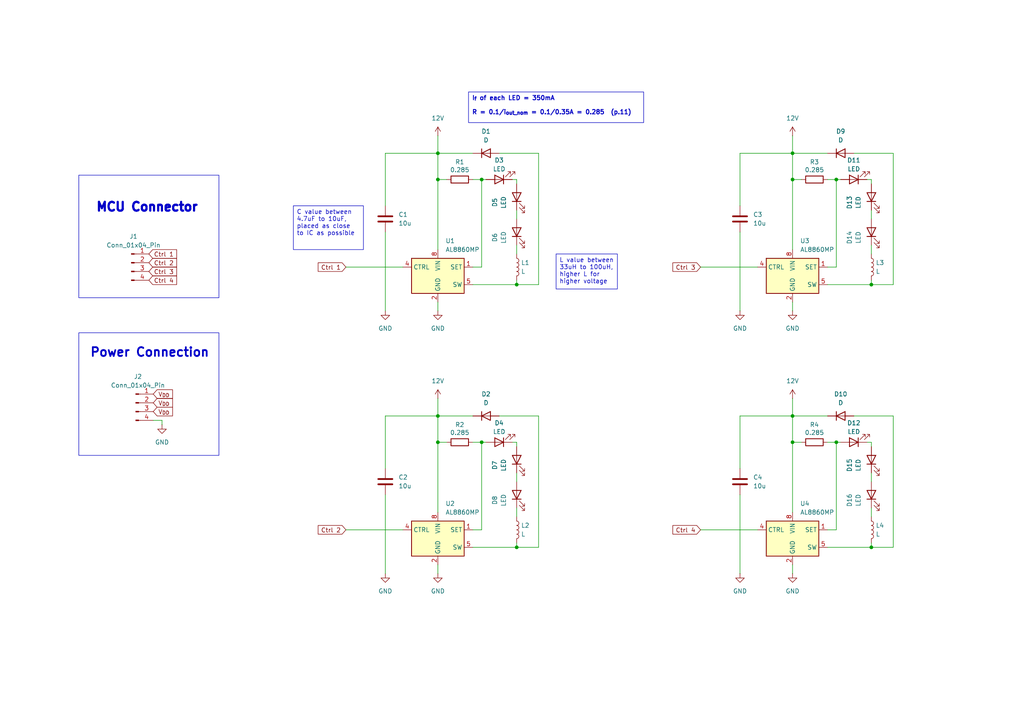
<source format=kicad_sch>
(kicad_sch (version 20231120) (generator "eeschema") (generator_version "8.0")
  (paper "A4")
  (lib_symbols
    (symbol "Connector:Conn_01x04_Pin" (pin_names (offset 1.016) hide)
      (property "Reference" "J" (at 0 5.08 0))
      (property "Value" "Conn_01x04_Pin" (at 0 -7.62 0))
      (symbol "Conn_01x04_Pin_1_1"
        (polyline (pts (xy 1.27 -5.08) (xy 0.8636 -5.08)) (stroke (width 0.1524)))
        (polyline (pts (xy 1.27 -2.54) (xy 0.8636 -2.54)) (stroke (width 0.1524)))
        (polyline (pts (xy 1.27 0) (xy 0.8636 0)) (stroke (width 0.1524)))
        (polyline (pts (xy 1.27 2.54) (xy 0.8636 2.54)) (stroke (width 0.1524)))
        (rectangle (start 0.8636 -4.953) (end 0 -5.207) (stroke (width 0.1524)) (fill (type outline)))
        (rectangle (start 0.8636 -2.413) (end 0 -2.667) (stroke (width 0.1524)) (fill (type outline)))
        (rectangle (start 0.8636 0.127) (end 0 -0.127) (stroke (width 0.1524)) (fill (type outline)))
        (rectangle (start 0.8636 2.667) (end 0 2.413) (stroke (width 0.1524)) (fill (type outline)))
        (pin passive line (at 5.08 2.54 180) (length 3.81) (name "Pin_1") (number "1"))
        (pin passive line (at 5.08 0 180) (length 3.81) (name "Pin_2") (number "2"))
        (pin passive line (at 5.08 -2.54 180) (length 3.81) (name "Pin_3") (number "3"))
        (pin passive line (at 5.08 -5.08 180) (length 3.81) (name "Pin_4") (number "4"))
      )
    )
    (symbol "Device:C" (pin_numbers hide) (pin_names (offset 0.254))
      (property "Reference" "C" (at 0.635 2.54 0))
      (property "Value" "C" (at 0.635 -2.54 0))
      (symbol "C_0_1"
        (polyline (pts (xy -2.032 -0.762) (xy 2.032 -0.762)) (stroke (width 0.508)))
        (polyline (pts (xy -2.032 0.762) (xy 2.032 0.762)) (stroke (width 0.508)))
      )
      (symbol "C_1_1"
        (pin passive line (at 0 3.81 270) (length 2.794) (name "~") (number "1"))
        (pin passive line (at 0 -3.81 90) (length 2.794) (name "~") (number "2"))
      )
    )
    (symbol "Device:D" (pin_numbers hide) (pin_names (offset 1.016) hide)
      (property "Reference" "D" (at 0 2.54 0))
      (property "Value" "D" (at 0 -2.54 0))
      (symbol "D_0_1"
        (polyline (pts (xy -1.27 1.27) (xy -1.27 -1.27)) (stroke (width 0.254)))
        (polyline (pts (xy 1.27 0) (xy -1.27 0)))
        (polyline (pts (xy 1.27 1.27) (xy 1.27 -1.27) (xy -1.27 0) (xy 1.27 1.27)) (stroke (width 0.254)))
      )
      (symbol "D_1_1"
        (pin passive line (at -3.81 0 0) (length 2.54) (name "K") (number "1"))
        (pin passive line (at 3.81 0 180) (length 2.54) (name "A") (number "2"))
      )
    )
    (symbol "Device:L" (pin_numbers hide) (pin_names (offset 1.016) hide)
      (property "Reference" "L" (at -1.27 0 90))
      (property "Value" "L" (at 1.905 0 90))
      (symbol "L_0_1"
        (arc (start 0 -2.54) (mid 0.6323 -1.905) (end 0 -1.27))
        (arc (start 0 -1.27) (mid 0.6323 -0.635) (end 0 0))
        (arc (start 0 0) (mid 0.6323 0.635) (end 0 1.27))
        (arc (start 0 1.27) (mid 0.6323 1.905) (end 0 2.54))
      )
      (symbol "L_1_1"
        (pin passive line (at 0 3.81 270) (length 1.27) (name "1") (number "1"))
        (pin passive line (at 0 -3.81 90) (length 1.27) (name "2") (number "2"))
      )
    )
    (symbol "Device:LED" (pin_numbers hide) (pin_names (offset 1.016) hide)
      (property "Reference" "D" (at 0 2.54 0))
      (property "Value" "LED" (at 0 -2.54 0))
      (symbol "LED_0_1"
        (polyline (pts (xy -1.27 -1.27) (xy -1.27 1.27)) (stroke (width 0.254)))
        (polyline (pts (xy -1.27 0) (xy 1.27 0)))
        (polyline (pts (xy 1.27 -1.27) (xy 1.27 1.27) (xy -1.27 0) (xy 1.27 -1.27)) (stroke (width 0.254)))
        (polyline (pts (xy -3.048 -0.762) (xy -4.572 -2.286) (xy -3.81 -2.286) (xy -4.572 -2.286) (xy -4.572 -1.524)))
        (polyline (pts (xy -1.778 -0.762) (xy -3.302 -2.286) (xy -2.54 -2.286) (xy -3.302 -2.286) (xy -3.302 -1.524)))
      )
      (symbol "LED_1_1"
        (pin passive line (at -3.81 0 0) (length 2.54) (name "K") (number "1"))
        (pin passive line (at 3.81 0 180) (length 2.54) (name "A") (number "2"))
      )
    )
    (symbol "Device:R" (pin_numbers hide) (pin_names (offset 0))
      (property "Reference" "R" (at 2.032 0 90))
      (property "Value" "R" (at 0 0 90))
      (symbol "R_0_1"
        (rectangle (start -1.016 -2.54) (end 1.016 2.54) (stroke (width 0.254)))
      )
      (symbol "R_1_1"
        (pin passive line (at 0 3.81 270) (length 1.27) (name "~") (number "1"))
        (pin passive line (at 0 -3.81 90) (length 1.27) (name "~") (number "2"))
      )
    )
    (symbol "Driver_LED:AL8860MP"
      (property "Reference" "U" (at -5.08 6.35 0))
      (property "Value" "AL8860MP" (at 7.62 6.35 0))
      (symbol "AL8860MP_0_1"
        (rectangle (start -7.62 5.08) (end 7.62 -5.08) (stroke (width 0.254)) (fill (type background)))
      )
      (symbol "AL8860MP_1_1"
        (pin input line (at 10.16 2.54 180) (length 2.54) (name "SET") (number "1"))
        (pin power_in line (at 0 -7.62 90) (length 2.54) (name "GND") (number "2"))
        (pin passive line (at 0 -7.62 90) (length 2.54) hide (name "GND") (number "3"))
        (pin input line (at -10.16 2.54 0) (length 2.54) (name "CTRL") (number "4"))
        (pin open_collector line (at 10.16 -2.54 180) (length 2.54) (name "SW") (number "5"))
        (pin open_collector line (at 10.16 -2.54 180) (length 2.54) hide (name "SW") (number "6"))
        (pin no_connect line (at -7.62 -2.54 0) (length 2.54) hide (name "NC") (number "7"))
        (pin power_in line (at 0 7.62 270) (length 2.54) (name "VIN") (number "8"))
        (pin passive line (at 0 -7.62 90) (length 2.54) hide (name "GND") (number "9"))
      )
    )
    (symbol "power:GND" (power) (pin_numbers hide) (pin_names (offset 0) hide)
      (property "Value" "GND" (at 0 -3.81 0))
      (symbol "GND_0_1"
        (polyline (pts (xy 0 0) (xy 0 -1.27) (xy 1.27 -1.27) (xy 0 -2.54) (xy -1.27 -1.27) (xy 0 -1.27)))
      )
      (symbol "GND_1_1"
        (pin power_in line (at 0 0 270) (length 0) (name "~") (number "1"))
      )
    )
    (symbol "power:VDD" (power) (pin_numbers hide) (pin_names (offset 0) hide)
      (property "Value" "VDD" (at 0 3.556 0))
      (symbol "VDD_0_1"
        (polyline (pts (xy -0.762 1.27) (xy 0 2.54)))
        (polyline (pts (xy 0 0) (xy 0 2.54)))
        (polyline (pts (xy 0 2.54) (xy 0.762 1.27)))
      )
      (symbol "VDD_1_1"
        (pin power_in line (at 0 0 90) (length 0) (name "~") (number "1"))
      )
    )
  )
  (junction (at 127 52.07))
  (junction (at 229.87 120.65))
  (junction (at 229.87 44.45))
  (junction (at 149.86 158.75))
  (junction (at 229.87 52.07))
  (junction (at 252.73 158.75))
  (junction (at 149.86 82.55))
  (junction (at 252.73 82.55))
  (junction (at 242.57 52.07))
  (junction (at 139.7 52.07))
  (junction (at 127 128.27))
  (junction (at 229.87 128.27))
  (junction (at 242.57 128.27))
  (junction (at 139.7 128.27))
  (junction (at 127 120.65))
  (junction (at 127 44.45))
  (wire (pts (xy 127 120.65) (xy 127 128.27)))
  (wire (pts (xy 137.16 77.47) (xy 139.7 77.47)))
  (wire (pts (xy 214.63 67.31) (xy 214.63 90.17)))
  (wire (pts (xy 149.86 137.16) (xy 149.86 139.7)))
  (wire (pts (xy 229.87 39.37) (xy 229.87 44.45)))
  (wire (pts (xy 111.76 135.89) (xy 111.76 120.65)))
  (wire (pts (xy 148.59 52.07) (xy 149.86 52.07)))
  (wire (pts (xy 127 52.07) (xy 129.54 52.07)))
  (wire (pts (xy 214.63 59.69) (xy 214.63 44.45)))
  (wire (pts (xy 214.63 44.45) (xy 229.87 44.45)))
  (wire (pts (xy 242.57 128.27) (xy 243.84 128.27)))
  (wire (pts (xy 127 115.57) (xy 127 120.65)))
  (wire (pts (xy 156.21 158.75) (xy 156.21 120.65)))
  (wire (pts (xy 251.46 52.07) (xy 252.73 52.07)))
  (wire (pts (xy 229.87 120.65) (xy 229.87 128.27)))
  (wire (pts (xy 229.87 128.27) (xy 229.87 148.59)))
  (wire (pts (xy 229.87 52.07) (xy 229.87 72.39)))
  (wire (pts (xy 240.03 82.55) (xy 252.73 82.55)))
  (wire (pts (xy 229.87 87.63) (xy 229.87 90.17)))
  (wire (pts (xy 137.16 82.55) (xy 149.86 82.55)))
  (wire (pts (xy 252.73 147.32) (xy 252.73 149.86)))
  (wire (pts (xy 149.86 82.55) (xy 156.21 82.55)))
  (wire (pts (xy 111.76 143.51) (xy 111.76 166.37)))
  (wire (pts (xy 252.73 81.28) (xy 252.73 82.55)))
  (wire (pts (xy 240.03 52.07) (xy 242.57 52.07)))
  (wire (pts (xy 111.76 120.65) (xy 127 120.65)))
  (wire (pts (xy 127 120.65) (xy 137.16 120.65)))
  (wire (pts (xy 149.86 71.12) (xy 149.86 73.66)))
  (wire (pts (xy 214.63 143.51) (xy 214.63 166.37)))
  (wire (pts (xy 252.73 158.75) (xy 259.08 158.75)))
  (wire (pts (xy 148.59 128.27) (xy 149.86 128.27)))
  (wire (pts (xy 247.65 44.45) (xy 259.08 44.45)))
  (wire (pts (xy 229.87 163.83) (xy 229.87 166.37)))
  (wire (pts (xy 139.7 153.67) (xy 139.7 128.27)))
  (wire (pts (xy 139.7 52.07) (xy 140.97 52.07)))
  (wire (pts (xy 259.08 82.55) (xy 259.08 44.45)))
  (wire (pts (xy 100.33 77.47) (xy 116.84 77.47)))
  (wire (pts (xy 229.87 52.07) (xy 232.41 52.07)))
  (wire (pts (xy 240.03 77.47) (xy 242.57 77.47)))
  (wire (pts (xy 252.73 52.07) (xy 252.73 53.34)))
  (wire (pts (xy 242.57 77.47) (xy 242.57 52.07)))
  (wire (pts (xy 252.73 157.48) (xy 252.73 158.75)))
  (wire (pts (xy 229.87 120.65) (xy 240.03 120.65)))
  (wire (pts (xy 252.73 60.96) (xy 252.73 63.5)))
  (wire (pts (xy 252.73 82.55) (xy 259.08 82.55)))
  (wire (pts (xy 252.73 137.16) (xy 252.73 139.7)))
  (wire (pts (xy 100.33 153.67) (xy 116.84 153.67)))
  (wire (pts (xy 46.99 121.92) (xy 44.45 121.92)))
  (wire (pts (xy 149.86 157.48) (xy 149.86 158.75)))
  (wire (pts (xy 252.73 71.12) (xy 252.73 73.66)))
  (wire (pts (xy 203.2 77.47) (xy 219.71 77.47)))
  (wire (pts (xy 240.03 128.27) (xy 242.57 128.27)))
  (wire (pts (xy 149.86 81.28) (xy 149.86 82.55)))
  (wire (pts (xy 139.7 128.27) (xy 140.97 128.27)))
  (wire (pts (xy 144.78 44.45) (xy 156.21 44.45)))
  (wire (pts (xy 214.63 135.89) (xy 214.63 120.65)))
  (wire (pts (xy 111.76 44.45) (xy 127 44.45)))
  (wire (pts (xy 242.57 52.07) (xy 243.84 52.07)))
  (wire (pts (xy 127 128.27) (xy 127 148.59)))
  (wire (pts (xy 229.87 44.45) (xy 240.03 44.45)))
  (wire (pts (xy 127 163.83) (xy 127 166.37)))
  (wire (pts (xy 214.63 120.65) (xy 229.87 120.65)))
  (wire (pts (xy 127 128.27) (xy 129.54 128.27)))
  (wire (pts (xy 259.08 158.75) (xy 259.08 120.65)))
  (wire (pts (xy 251.46 128.27) (xy 252.73 128.27)))
  (wire (pts (xy 229.87 115.57) (xy 229.87 120.65)))
  (wire (pts (xy 149.86 52.07) (xy 149.86 53.34)))
  (wire (pts (xy 203.2 153.67) (xy 219.71 153.67)))
  (wire (pts (xy 137.16 128.27) (xy 139.7 128.27)))
  (wire (pts (xy 127 39.37) (xy 127 44.45)))
  (wire (pts (xy 229.87 44.45) (xy 229.87 52.07)))
  (wire (pts (xy 127 52.07) (xy 127 72.39)))
  (wire (pts (xy 149.86 60.96) (xy 149.86 63.5)))
  (wire (pts (xy 242.57 153.67) (xy 242.57 128.27)))
  (wire (pts (xy 144.78 120.65) (xy 156.21 120.65)))
  (wire (pts (xy 240.03 158.75) (xy 252.73 158.75)))
  (wire (pts (xy 127 44.45) (xy 137.16 44.45)))
  (wire (pts (xy 137.16 153.67) (xy 139.7 153.67)))
  (wire (pts (xy 137.16 52.07) (xy 139.7 52.07)))
  (wire (pts (xy 149.86 158.75) (xy 156.21 158.75)))
  (wire (pts (xy 229.87 128.27) (xy 232.41 128.27)))
  (wire (pts (xy 149.86 147.32) (xy 149.86 149.86)))
  (wire (pts (xy 46.99 123.19) (xy 46.99 121.92)))
  (wire (pts (xy 156.21 82.55) (xy 156.21 44.45)))
  (wire (pts (xy 111.76 59.69) (xy 111.76 44.45)))
  (wire (pts (xy 149.86 128.27) (xy 149.86 129.54)))
  (wire (pts (xy 137.16 158.75) (xy 149.86 158.75)))
  (wire (pts (xy 127 87.63) (xy 127 90.17)))
  (wire (pts (xy 111.76 67.31) (xy 111.76 90.17)))
  (wire (pts (xy 240.03 153.67) (xy 242.57 153.67)))
  (wire (pts (xy 247.65 120.65) (xy 259.08 120.65)))
  (wire (pts (xy 127 44.45) (xy 127 52.07)))
  (wire (pts (xy 139.7 77.47) (xy 139.7 52.07)))
  (wire (pts (xy 252.73 128.27) (xy 252.73 129.54)))
  (rectangle (start 22.86 96.52) (end 63.5 132.08))
  (rectangle (start 22.86 50.8) (end 63.5 86.36))
  (text_box "I_{f} of each LED = 350mA\n\nR = 0.1/i_{out_nom} = 0.1/0.35A = 0.285  (p.11)" (at 135.89 26.67 0) (size 50.8 8.89) (effects (font (size 1.27 1.27) (thickness 0.254) (bold yes)) (justify left top)))
  (text_box "L value between 33uH to 100uH, higher L for higher voltage" (at 161.29 73.66 0) (size 17.78 10.16) (effects (font (size 1.27 1.27)) (justify left top)))
  (text_box "C value between 4.7uF to 10uF, placed as close to IC as possible" (at 85.09 59.69 0) (size 20.32 12.7) (effects (font (size 1.27 1.27)) (justify left top)))
  (text "MCU Connector" (at 42.672 60.198 0) (effects (font (size 2.54 2.54) (thickness 0.762) (bold yes))))
  (text "Power Connection\n\n\n" (at 43.434 106.426 0) (effects (font (size 2.54 2.54) (thickness 0.508) (bold yes))))
  (global_label "Ctrl 1" (shape input) (at 43.18 73.66 0) (property "Intersheetrefs" "${INTERSHEET_REFS}" (effects (hide yes))))
  (global_label "Ctrl 2" (shape input) (at 43.18 76.2 0) (property "Intersheetrefs" "${INTERSHEET_REFS}" (effects (hide yes))))
  (global_label "Ctrl 3" (shape input) (at 43.18 78.74 0) (property "Intersheetrefs" "${INTERSHEET_REFS}" (effects (hide yes))))
  (global_label "V_{DD}" (shape input) (at 44.45 114.3 0) (property "Intersheetrefs" "${INTERSHEET_REFS}" (effects (hide yes))))
  (global_label "Ctrl 3" (shape input) (at 203.2 77.47 180) (property "Intersheetrefs" "${INTERSHEET_REFS}" (effects (hide yes))))
  (global_label "Ctrl 4" (shape input) (at 203.2 153.67 180) (property "Intersheetrefs" "${INTERSHEET_REFS}" (effects (hide yes))))
  (global_label "Ctrl 4" (shape input) (at 43.18 81.28 0) (property "Intersheetrefs" "${INTERSHEET_REFS}" (effects (hide yes))))
  (global_label "V_{DD}" (shape input) (at 44.45 116.84 0) (property "Intersheetrefs" "${INTERSHEET_REFS}" (effects (hide yes))))
  (global_label "V_{DD}" (shape input) (at 44.45 119.38 0) (property "Intersheetrefs" "${INTERSHEET_REFS}" (effects (hide yes))))
  (global_label "Ctrl 2" (shape input) (at 100.33 153.67 180) (property "Intersheetrefs" "${INTERSHEET_REFS}" (effects (hide yes))))
  (global_label "Ctrl 1" (shape input) (at 100.33 77.47 180) (property "Intersheetrefs" "${INTERSHEET_REFS}" (effects (hide yes))))
  (symbol (lib_id "power:GND") (at 127 90.17 0) (unit 1)
    (property "Reference" "#PWR05" (effects (hide yes)))
    (property "Value" "GND" (at 127 95.25 0))
    (property "Description" "Power symbol creates a global label with name \"GND\" , ground" (effects (hide yes)))
  )
  (symbol (lib_id "power:GND") (at 111.76 90.17 0) (unit 1)
    (property "Reference" "#PWR02" (effects (hide yes)))
    (property "Value" "GND" (at 111.76 95.25 0))
    (property "Description" "Power symbol creates a global label with name \"GND\" , ground" (effects (hide yes)))
  )
  (symbol (lib_id "Device:R") (at 236.22 128.27 270) (unit 1)
    (property "Reference" "R4" (at 236.22 123.19 90))
    (property "Value" "0.285" (at 236.22 125.476 90))
    (property "Description" "Resistor" (effects (hide yes)))
  )
  (symbol (lib_id "power:VDD") (at 229.87 39.37 0) (unit 1)
    (property "Reference" "#PWR010" (effects (hide yes)))
    (property "Value" "12V" (at 229.87 34.29 0))
    (property "Description" "Power symbol creates a global label with name \"VDD\"" (effects (hide yes)))
  )
  (symbol (lib_id "power:GND") (at 229.87 166.37 0) (unit 1)
    (property "Reference" "#PWR013" (effects (hide yes)))
    (property "Value" "GND" (at 229.87 171.45 0))
    (property "Description" "Power symbol creates a global label with name \"GND\" , ground" (effects (hide yes)))
  )
  (symbol (lib_id "Device:LED") (at 252.73 57.15 90) (unit 1)
    (property "Reference" "D13" (at 246.38 58.7375 0))
    (property "Value" "LED" (at 248.92 58.7375 0))
    (property "Footprint" "Footprint Library:OD624L" (effects (hide yes)))
    (property "Description" "Light emitting diode" (effects (hide yes)))
  )
  (symbol (lib_id "Device:L") (at 252.73 77.47 0) (unit 1)
    (property "Reference" "L3" (at 254 76.1999 0) (effects (justify left)))
    (property "Value" "L" (at 254 78.7399 0) (effects (justify left)))
    (property "Description" "Inductor" (effects (hide yes)))
  )
  (symbol (lib_id "power:VDD") (at 127 39.37 0) (unit 1)
    (property "Reference" "#PWR04" (effects (hide yes)))
    (property "Value" "12V" (at 127 34.29 0))
    (property "Description" "Power symbol creates a global label with name \"VDD\"" (effects (hide yes)))
  )
  (symbol (lib_id "Device:D") (at 243.84 120.65 0) (unit 1)
    (property "Reference" "D10" (at 243.84 114.3 0))
    (property "Value" "D" (at 243.84 116.84 0))
    (property "Description" "Diode" (effects (hide yes)))
    (property "Sim.Device" "D" (effects (hide yes)))
    (property "Sim.Pins" "1=K 2=A" (effects (hide yes)))
  )
  (symbol (lib_id "Device:L") (at 149.86 77.47 0) (unit 1)
    (property "Reference" "L1" (at 151.13 76.1999 0) (effects (justify left)))
    (property "Value" "L" (at 151.13 78.7399 0) (effects (justify left)))
    (property "Description" "Inductor" (effects (hide yes)))
  )
  (symbol (lib_id "power:VDD") (at 229.87 115.57 0) (unit 1)
    (property "Reference" "#PWR012" (effects (hide yes)))
    (property "Value" "12V" (at 229.87 110.49 0))
    (property "Description" "Power symbol creates a global label with name \"VDD\"" (effects (hide yes)))
  )
  (symbol (lib_id "Device:R") (at 133.35 52.07 270) (unit 1)
    (property "Reference" "R1" (at 133.35 46.99 90))
    (property "Value" "0.285" (at 133.35 49.276 90))
    (property "Description" "Resistor" (effects (hide yes)))
  )
  (symbol (lib_id "Connector:Conn_01x04_Pin") (at 39.37 116.84 0) (unit 1)
    (property "Reference" "J2" (at 40.005 109.22 0))
    (property "Value" "Conn_01x04_Pin" (at 40.005 111.76 0))
    (property "Description" "Generic connector, single row, 01x04, script generated" (effects (hide yes)))
  )
  (symbol (lib_id "Device:C") (at 111.76 63.5 0) (unit 1)
    (property "Reference" "C1" (at 115.57 62.2299 0) (effects (justify left)))
    (property "Value" "10u" (at 115.57 64.7699 0) (effects (justify left)))
    (property "Description" "Unpolarized capacitor" (effects (hide yes)))
  )
  (symbol (lib_id "Device:LED") (at 149.86 67.31 90) (unit 1)
    (property "Reference" "D6" (at 143.51 68.8975 0))
    (property "Value" "LED" (at 146.05 68.8975 0))
    (property "Footprint" "Footprint Library:OD624L" (effects (hide yes)))
    (property "Description" "Light emitting diode" (effects (hide yes)))
  )
  (symbol (lib_id "power:GND") (at 214.63 90.17 0) (unit 1)
    (property "Reference" "#PWR08" (effects (hide yes)))
    (property "Value" "GND" (at 214.63 95.25 0))
    (property "Description" "Power symbol creates a global label with name \"GND\" , ground" (effects (hide yes)))
  )
  (symbol (lib_id "Driver_LED:AL8860MP") (at 229.87 156.21 0) (unit 1)
    (property "Reference" "U4" (at 232.0641 146.05 0) (effects (justify left)))
    (property "Value" "AL8860MP" (at 232.0641 148.59 0) (effects (justify left)))
    (property "Footprint" "Package_SO:MSOP-8-1EP_3x3mm_P0.65mm_EP1.5x1.8mm" (effects (hide yes)))
    (property "Datasheet" "https://www.diodes.com/assets/Datasheets/AL8860.pdf" (effects (hide yes)))
    (property "Description" "40V 1.5A Constant Current Buck LED Driver IC, MSOP-8" (effects (hide yes)))
  )
  (symbol (lib_id "Device:D") (at 140.97 120.65 0) (unit 1)
    (property "Reference" "D2" (at 140.97 114.3 0))
    (property "Value" "D" (at 140.97 116.84 0))
    (property "Description" "Diode" (effects (hide yes)))
    (property "Sim.Device" "D" (effects (hide yes)))
    (property "Sim.Pins" "1=K 2=A" (effects (hide yes)))
  )
  (symbol (lib_id "Device:LED") (at 149.86 133.35 90) (unit 1)
    (property "Reference" "D7" (at 143.51 134.9375 0))
    (property "Value" "LED" (at 146.05 134.9375 0))
    (property "Footprint" "Footprint Library:OD624L" (effects (hide yes)))
    (property "Description" "Light emitting diode" (effects (hide yes)))
  )
  (symbol (lib_id "power:VDD") (at 127 115.57 0) (unit 1)
    (property "Reference" "#PWR06" (effects (hide yes)))
    (property "Value" "12V" (at 127 110.49 0))
    (property "Description" "Power symbol creates a global label with name \"VDD\"" (effects (hide yes)))
  )
  (symbol (lib_id "Device:LED") (at 252.73 143.51 90) (unit 1)
    (property "Reference" "D16" (at 246.38 145.0975 0))
    (property "Value" "LED" (at 248.92 145.0975 0))
    (property "Footprint" "Footprint Library:OD624L" (effects (hide yes)))
    (property "Description" "Light emitting diode" (effects (hide yes)))
  )
  (symbol (lib_id "Device:L") (at 252.73 153.67 0) (unit 1)
    (property "Reference" "L4" (at 254 152.3999 0) (effects (justify left)))
    (property "Value" "L" (at 254 154.9399 0) (effects (justify left)))
    (property "Description" "Inductor" (effects (hide yes)))
  )
  (symbol (lib_id "Device:C") (at 214.63 139.7 0) (unit 1)
    (property "Reference" "C4" (at 218.44 138.4299 0) (effects (justify left)))
    (property "Value" "10u" (at 218.44 140.9699 0) (effects (justify left)))
    (property "Description" "Unpolarized capacitor" (effects (hide yes)))
  )
  (symbol (lib_id "Device:LED") (at 252.73 67.31 90) (unit 1)
    (property "Reference" "D14" (at 246.38 68.8975 0))
    (property "Value" "LED" (at 248.92 68.8975 0))
    (property "Footprint" "Footprint Library:OD624L" (effects (hide yes)))
    (property "Description" "Light emitting diode" (effects (hide yes)))
  )
  (symbol (lib_id "Connector:Conn_01x04_Pin") (at 38.1 76.2 0) (unit 1)
    (property "Reference" "J1" (at 38.735 68.58 0))
    (property "Value" "Conn_01x04_Pin" (at 38.735 71.12 0))
    (property "Description" "Generic connector, single row, 01x04, script generated" (effects (hide yes)))
  )
  (symbol (lib_id "Driver_LED:AL8860MP") (at 127 156.21 0) (unit 1)
    (property "Reference" "U2" (at 129.1941 146.05 0) (effects (justify left)))
    (property "Value" "AL8860MP" (at 129.1941 148.59 0) (effects (justify left)))
    (property "Footprint" "Package_SO:MSOP-8-1EP_3x3mm_P0.65mm_EP1.5x1.8mm" (effects (hide yes)))
    (property "Datasheet" "https://www.diodes.com/assets/Datasheets/AL8860.pdf" (effects (hide yes)))
    (property "Description" "40V 1.5A Constant Current Buck LED Driver IC, MSOP-8" (effects (hide yes)))
  )
  (symbol (lib_id "Device:LED") (at 144.78 52.07 180) (unit 1)
    (property "Reference" "D3" (at 144.78 46.482 0))
    (property "Value" "LED" (at 144.78 49.022 0))
    (property "Footprint" "Footprint Library:OD624L" (effects (hide yes)))
    (property "Description" "Light emitting diode" (effects (hide yes)))
  )
  (symbol (lib_id "Device:LED") (at 247.65 128.27 180) (unit 1)
    (property "Reference" "D12" (at 247.65 122.682 0))
    (property "Value" "LED" (at 247.65 125.222 0))
    (property "Footprint" "Footprint Library:OD624L" (effects (hide yes)))
    (property "Description" "Light emitting diode" (effects (hide yes)))
  )
  (symbol (lib_id "Device:C") (at 111.76 139.7 0) (unit 1)
    (property "Reference" "C2" (at 115.57 138.4299 0) (effects (justify left)))
    (property "Value" "10u" (at 115.57 140.9699 0) (effects (justify left)))
    (property "Description" "Unpolarized capacitor" (effects (hide yes)))
  )
  (symbol (lib_id "power:GND") (at 46.99 123.19 0) (unit 1)
    (property "Reference" "#PWR01" (effects (hide yes)))
    (property "Value" "GND" (at 46.99 128.27 0))
    (property "Description" "Power symbol creates a global label with name \"GND\" , ground" (effects (hide yes)))
  )
  (symbol (lib_id "Device:LED") (at 149.86 143.51 90) (unit 1)
    (property "Reference" "D8" (at 143.51 145.0975 0))
    (property "Value" "LED" (at 146.05 145.0975 0))
    (property "Footprint" "Footprint Library:OD624L" (effects (hide yes)))
    (property "Description" "Light emitting diode" (effects (hide yes)))
  )
  (symbol (lib_id "Driver_LED:AL8860MP") (at 127 80.01 0) (unit 1)
    (property "Reference" "U1" (at 129.1941 69.85 0) (effects (justify left)))
    (property "Value" "AL8860MP" (at 129.1941 72.39 0) (effects (justify left)))
    (property "Footprint" "Package_SO:MSOP-8-1EP_3x3mm_P0.65mm_EP1.5x1.8mm" (effects (hide yes)))
    (property "Datasheet" "https://www.diodes.com/assets/Datasheets/AL8860.pdf" (effects (hide yes)))
    (property "Description" "40V 1.5A Constant Current Buck LED Driver IC, MSOP-8" (effects (hide yes)))
  )
  (symbol (lib_id "Device:R") (at 236.22 52.07 270) (unit 1)
    (property "Reference" "R3" (at 236.22 46.99 90))
    (property "Value" "0.285" (at 236.22 49.276 90))
    (property "Description" "Resistor" (effects (hide yes)))
  )
  (symbol (lib_id "Device:LED") (at 144.78 128.27 180) (unit 1)
    (property "Reference" "D4" (at 144.78 122.682 0))
    (property "Value" "LED" (at 144.78 125.222 0))
    (property "Footprint" "Footprint Library:OD624L" (effects (hide yes)))
    (property "Description" "Light emitting diode" (effects (hide yes)))
  )
  (symbol (lib_id "Device:R") (at 133.35 128.27 270) (unit 1)
    (property "Reference" "R2" (at 133.35 123.19 90))
    (property "Value" "0.285" (at 133.35 125.476 90))
    (property "Description" "Resistor" (effects (hide yes)))
  )
  (symbol (lib_id "Device:C") (at 214.63 63.5 0) (unit 1)
    (property "Reference" "C3" (at 218.44 62.2299 0) (effects (justify left)))
    (property "Value" "10u" (at 218.44 64.7699 0) (effects (justify left)))
    (property "Description" "Unpolarized capacitor" (effects (hide yes)))
  )
  (symbol (lib_id "power:GND") (at 214.63 166.37 0) (unit 1)
    (property "Reference" "#PWR09" (effects (hide yes)))
    (property "Value" "GND" (at 214.63 171.45 0))
    (property "Description" "Power symbol creates a global label with name \"GND\" , ground" (effects (hide yes)))
  )
  (symbol (lib_id "power:GND") (at 229.87 90.17 0) (unit 1)
    (property "Reference" "#PWR011" (effects (hide yes)))
    (property "Value" "GND" (at 229.87 95.25 0))
    (property "Description" "Power symbol creates a global label with name \"GND\" , ground" (effects (hide yes)))
  )
  (symbol (lib_id "Device:LED") (at 247.65 52.07 180) (unit 1)
    (property "Reference" "D11" (at 247.65 46.482 0))
    (property "Value" "LED" (at 247.65 49.022 0))
    (property "Footprint" "Footprint Library:OD624L" (effects (hide yes)))
    (property "Description" "Light emitting diode" (effects (hide yes)))
  )
  (symbol (lib_id "Device:LED") (at 252.73 133.35 90) (unit 1)
    (property "Reference" "D15" (at 246.38 134.9375 0))
    (property "Value" "LED" (at 248.92 134.9375 0))
    (property "Footprint" "Footprint Library:OD624L" (effects (hide yes)))
    (property "Description" "Light emitting diode" (effects (hide yes)))
  )
  (symbol (lib_id "Device:D") (at 243.84 44.45 0) (unit 1)
    (property "Reference" "D9" (at 243.84 38.1 0))
    (property "Value" "D" (at 243.84 40.64 0))
    (property "Description" "Diode" (effects (hide yes)))
    (property "Sim.Device" "D" (effects (hide yes)))
    (property "Sim.Pins" "1=K 2=A" (effects (hide yes)))
  )
  (symbol (lib_id "power:GND") (at 111.76 166.37 0) (unit 1)
    (property "Reference" "#PWR03" (effects (hide yes)))
    (property "Value" "GND" (at 111.76 171.45 0))
    (property "Description" "Power symbol creates a global label with name \"GND\" , ground" (effects (hide yes)))
  )
  (symbol (lib_id "Device:D") (at 140.97 44.45 0) (unit 1)
    (property "Reference" "D1" (at 140.97 38.1 0))
    (property "Value" "D" (at 140.97 40.64 0))
    (property "Description" "Diode" (effects (hide yes)))
    (property "Sim.Device" "D" (effects (hide yes)))
    (property "Sim.Pins" "1=K 2=A" (effects (hide yes)))
  )
  (symbol (lib_id "Device:L") (at 149.86 153.67 0) (unit 1)
    (property "Reference" "L2" (at 151.13 152.3999 0) (effects (justify left)))
    (property "Value" "L" (at 151.13 154.9399 0) (effects (justify left)))
    (property "Description" "Inductor" (effects (hide yes)))
  )
  (symbol (lib_id "Device:LED") (at 149.86 57.15 90) (unit 1)
    (property "Reference" "D5" (at 143.51 58.7375 0))
    (property "Value" "LED" (at 146.05 58.7375 0))
    (property "Footprint" "Footprint Library:OD624L" (effects (hide yes)))
    (property "Description" "Light emitting diode" (effects (hide yes)))
  )
  (symbol (lib_id "power:GND") (at 127 166.37 0) (unit 1)
    (property "Reference" "#PWR07" (effects (hide yes)))
    (property "Value" "GND" (at 127 171.45 0))
    (property "Description" "Power symbol creates a global label with name \"GND\" , ground" (effects (hide yes)))
  )
  (symbol (lib_id "Driver_LED:AL8860MP") (at 229.87 80.01 0) (unit 1)
    (property "Reference" "U3" (at 232.0641 69.85 0) (effects (justify left)))
    (property "Value" "AL8860MP" (at 232.0641 72.39 0) (effects (justify left)))
    (property "Footprint" "Package_SO:MSOP-8-1EP_3x3mm_P0.65mm_EP1.5x1.8mm" (effects (hide yes)))
    (property "Datasheet" "https://www.diodes.com/assets/Datasheets/AL8860.pdf" (effects (hide yes)))
    (property "Description" "40V 1.5A Constant Current Buck LED Driver IC, MSOP-8" (effects (hide yes)))
  )
)
</source>
